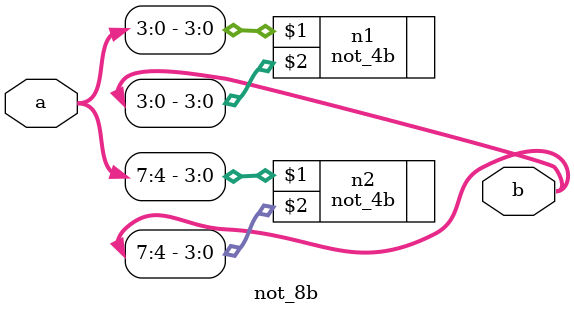
<source format=v>
`include "not_4b.v"

module not_8b(input[7:0] a, output[7:0] b);
    not_4b n1(a[3:0], b[3:0]);
    not_4b n2(a[7:4], b[7:4]);
endmodule
</source>
